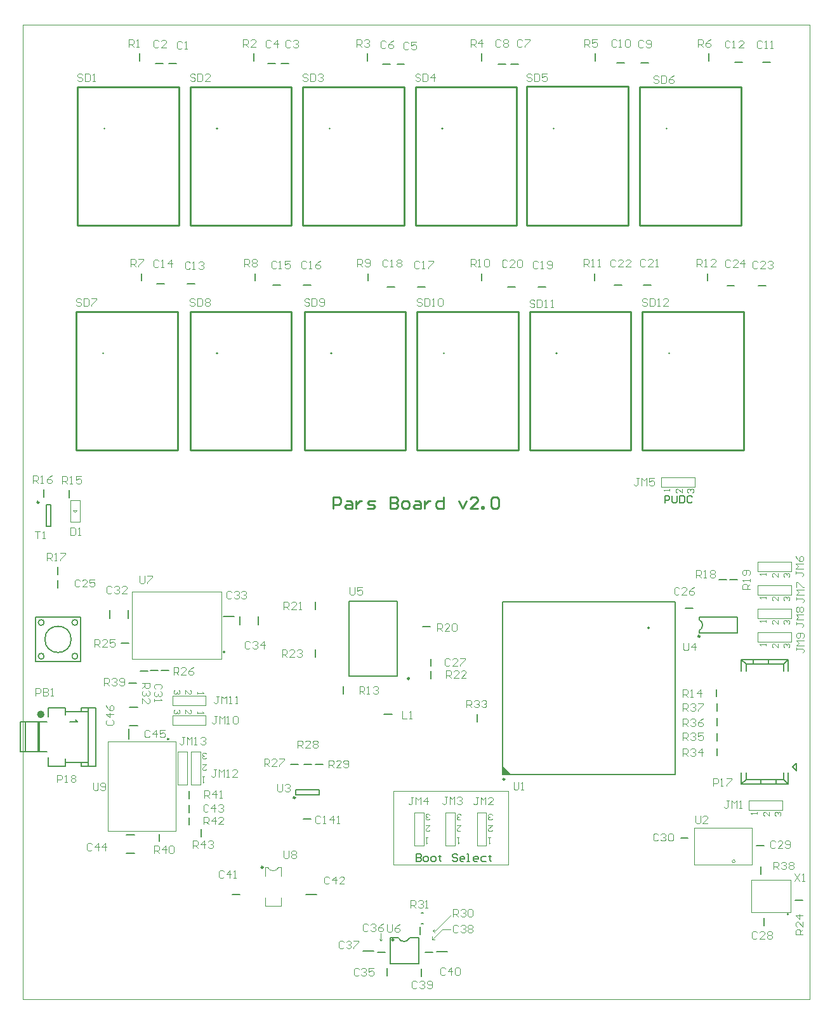
<source format=gto>
G04 Layer_Color=65535*
%FSLAX43Y43*%
%MOMM*%
G71*
G01*
G75*
%ADD10C,0.100*%
%ADD44C,0.200*%
%ADD47C,0.300*%
%ADD60C,0.254*%
%ADD68C,0.250*%
%ADD69C,0.500*%
%ADD70C,0.110*%
%ADD71C,0.150*%
G36*
X55000Y20000D02*
X54000D01*
Y21000D01*
X55000Y20000D01*
D02*
G37*
D10*
X85015Y8400D02*
G03*
X85015Y8400I-190J0D01*
G01*
X22650Y7591D02*
G03*
X24109Y7597I728J326D01*
G01*
X-3300Y55225D02*
X-3050Y54975D01*
X-2800Y55225D01*
X-3300D02*
X-2800D01*
X-3675Y53650D02*
X-2425D01*
Y56525D01*
X-3675D02*
X-2425D01*
X-3675Y53650D02*
Y56525D01*
X79550Y7925D02*
X87225D01*
Y12850D01*
X79550D02*
X87225D01*
X79550Y7925D02*
Y12850D01*
X22330Y2446D02*
Y3551D01*
X24447Y2446D02*
Y3560D01*
Y6435D02*
Y7597D01*
X22330Y6444D02*
Y7591D01*
Y2446D02*
X24447D01*
X22330Y7591D02*
X22650D01*
X10350Y12400D02*
Y24400D01*
X1350Y12400D02*
X10350D01*
X1350D02*
Y24400D01*
X10350D01*
X90612Y1581D02*
X92421D01*
Y5899D01*
X87214Y1581D02*
X90612D01*
X87214D02*
Y5899D01*
X92421D01*
X45950Y-675D02*
X47075D01*
X44575Y-2050D02*
X45950Y-675D01*
X44575Y-2050D02*
Y-1650D01*
X44600Y-1625D01*
X44575Y-2050D02*
X44900D01*
X46150Y250D02*
X47150Y1250D01*
X45025Y-875D02*
X46150Y250D01*
X44650Y-875D02*
X45025D01*
X44650D02*
X44925Y-600D01*
X44650Y-875D02*
X44675D01*
X44900Y-1100D01*
X37775Y-2200D02*
Y-1200D01*
X37550Y-1975D02*
X37775Y-2200D01*
X38000Y-1975D01*
X16525Y35350D02*
Y44350D01*
X4525D02*
X16525D01*
X4525Y35350D02*
Y44350D01*
Y35350D02*
X16525D01*
X39450Y17775D02*
X54750D01*
X54775Y17750D01*
Y7925D02*
Y17750D01*
X39450Y7925D02*
X54775D01*
X39450D02*
Y17775D01*
X86850Y16475D02*
X89725D01*
X86850Y15225D02*
X89725D01*
X86850D02*
Y16475D01*
X91300Y15225D02*
Y16475D01*
X88425D02*
X91300D01*
X88425Y15225D02*
X91300D01*
X51828Y12046D02*
Y14921D01*
X50578Y12046D02*
Y14921D01*
X51828D01*
X50578Y10471D02*
X51828D01*
Y13346D01*
X50578Y10471D02*
Y13346D01*
X46403Y10471D02*
Y13346D01*
X47653Y10471D02*
Y13346D01*
X46403Y10471D02*
X47653D01*
X46403Y14921D02*
X47653D01*
X46403Y12046D02*
Y14921D01*
X47653Y12046D02*
Y14921D01*
X43478Y12046D02*
Y14921D01*
X42228Y12046D02*
Y14921D01*
X43478D01*
X42228Y10471D02*
X43478D01*
Y13346D01*
X42228Y10471D02*
Y13346D01*
X75200Y59575D02*
X78075D01*
X75200Y58325D02*
X78075D01*
X75200D02*
Y59575D01*
X79650Y58325D02*
Y59575D01*
X76775D02*
X79650D01*
X76775Y58325D02*
X79650D01*
X89600Y47075D02*
X92475D01*
X89600Y48325D02*
X92475D01*
Y47075D02*
Y48325D01*
X88025Y47075D02*
Y48325D01*
Y47075D02*
X90900D01*
X88025Y48325D02*
X90900D01*
X88025Y45192D02*
X90900D01*
X88025Y43942D02*
X90900D01*
X88025D02*
Y45192D01*
X92475Y43942D02*
Y45192D01*
X89600D02*
X92475D01*
X89600Y43942D02*
X92475D01*
X89600Y40808D02*
X92475D01*
X89600Y42058D02*
X92475D01*
Y40808D02*
Y42058D01*
X88025Y40808D02*
Y42058D01*
Y40808D02*
X90900D01*
X88025Y42058D02*
X90900D01*
X88025Y38925D02*
X90900D01*
X88025Y37675D02*
X90900D01*
X88025D02*
Y38925D01*
X92475Y37675D02*
Y38925D01*
X89600D02*
X92475D01*
X89600Y37675D02*
X92475D01*
X9925Y27825D02*
X12800D01*
X9925Y26575D02*
X12800D01*
X9925D02*
Y27825D01*
X14375Y26575D02*
Y27825D01*
X11500D02*
X14375D01*
X11500Y26575D02*
X14375D01*
X11500Y29200D02*
X14375D01*
X11500Y30450D02*
X14375D01*
Y29200D02*
Y30450D01*
X9925Y29200D02*
Y30450D01*
Y29200D02*
X12800D01*
X9925Y30450D02*
X12800D01*
X13675Y20175D02*
Y23050D01*
X12425Y20175D02*
Y23050D01*
X13675D01*
X12425Y18600D02*
X13675D01*
Y21475D01*
X12425Y18600D02*
Y21475D01*
X10625Y18600D02*
Y21475D01*
X11875Y18600D02*
Y21475D01*
X10625Y18600D02*
X11875D01*
X10625Y23050D02*
X11875D01*
X10625Y20175D02*
Y23050D01*
X11875Y20175D02*
Y23050D01*
X92975Y6725D02*
X93641Y5725D01*
Y6725D02*
X92975Y5725D01*
X93975D02*
X94308D01*
X94141D01*
Y6725D01*
X93975Y6558D01*
X-650Y18850D02*
Y18017D01*
X-483Y17850D01*
X-150D01*
X16Y18017D01*
Y18850D01*
X350Y18017D02*
X516Y17850D01*
X850D01*
X1016Y18017D01*
Y18683D01*
X850Y18850D01*
X516D01*
X350Y18683D01*
Y18516D01*
X516Y18350D01*
X1016D01*
X24800Y9800D02*
Y8967D01*
X24967Y8800D01*
X25300D01*
X25466Y8967D01*
Y9800D01*
X25800Y9633D02*
X25966Y9800D01*
X26300D01*
X26466Y9633D01*
Y9466D01*
X26300Y9300D01*
X26466Y9133D01*
Y8967D01*
X26300Y8800D01*
X25966D01*
X25800Y8967D01*
Y9133D01*
X25966Y9300D01*
X25800Y9466D01*
Y9633D01*
X25966Y9300D02*
X26300D01*
X5575Y46475D02*
Y45642D01*
X5742Y45475D01*
X6075D01*
X6241Y45642D01*
Y46475D01*
X6575D02*
X7241D01*
Y46308D01*
X6575Y45642D01*
Y45475D01*
X33625Y44925D02*
Y44092D01*
X33792Y43925D01*
X34125D01*
X34291Y44092D01*
Y44925D01*
X35291D02*
X34625D01*
Y44425D01*
X34958Y44591D01*
X35125D01*
X35291Y44425D01*
Y44092D01*
X35125Y43925D01*
X34791D01*
X34625Y44092D01*
X78150Y37525D02*
Y36692D01*
X78317Y36525D01*
X78650D01*
X78816Y36692D01*
Y37525D01*
X79650Y36525D02*
Y37525D01*
X79150Y37025D01*
X79816D01*
X23925Y18700D02*
Y17867D01*
X24092Y17700D01*
X24425D01*
X24591Y17867D01*
Y18700D01*
X24925Y18533D02*
X25091Y18700D01*
X25425D01*
X25591Y18533D01*
Y18366D01*
X25425Y18200D01*
X25258D01*
X25425D01*
X25591Y18033D01*
Y17867D01*
X25425Y17700D01*
X25091D01*
X24925Y17867D01*
X79700Y14450D02*
Y13617D01*
X79867Y13450D01*
X80200D01*
X80366Y13617D01*
Y14450D01*
X81366Y13450D02*
X80700D01*
X81366Y14116D01*
Y14283D01*
X81200Y14450D01*
X80866D01*
X80700Y14283D01*
X55475Y18950D02*
Y18117D01*
X55642Y17950D01*
X55975D01*
X56141Y18117D01*
Y18950D01*
X56475Y17950D02*
X56808D01*
X56641D01*
Y18950D01*
X56475Y18783D01*
X-8400Y52425D02*
X-7734D01*
X-8067D01*
Y51425D01*
X-7400D02*
X-7067D01*
X-7234D01*
Y52425D01*
X-7400Y52258D01*
X12700Y10150D02*
Y11150D01*
X13200D01*
X13366Y10983D01*
Y10650D01*
X13200Y10483D01*
X12700D01*
X13033D02*
X13366Y10150D01*
X14200D02*
Y11150D01*
X13700Y10650D01*
X14366D01*
X14699Y10983D02*
X14866Y11150D01*
X15199D01*
X15366Y10983D01*
Y10816D01*
X15199Y10650D01*
X15033D01*
X15199D01*
X15366Y10483D01*
Y10317D01*
X15199Y10150D01*
X14866D01*
X14699Y10317D01*
X14100Y13325D02*
Y14325D01*
X14600D01*
X14766Y14158D01*
Y13825D01*
X14600Y13658D01*
X14100D01*
X14433D02*
X14766Y13325D01*
X15600D02*
Y14325D01*
X15100Y13825D01*
X15766D01*
X16766Y13325D02*
X16099D01*
X16766Y13991D01*
Y14158D01*
X16599Y14325D01*
X16266D01*
X16099Y14158D01*
X14225Y16825D02*
Y17825D01*
X14725D01*
X14891Y17658D01*
Y17325D01*
X14725Y17158D01*
X14225D01*
X14558D02*
X14891Y16825D01*
X15725D02*
Y17825D01*
X15225Y17325D01*
X15891D01*
X16224Y16825D02*
X16558D01*
X16391D01*
Y17825D01*
X16224Y17658D01*
X7500Y9500D02*
Y10500D01*
X8000D01*
X8166Y10333D01*
Y10000D01*
X8000Y9833D01*
X7500D01*
X7833D02*
X8166Y9500D01*
X9000D02*
Y10500D01*
X8500Y10000D01*
X9166D01*
X9499Y10333D02*
X9666Y10500D01*
X9999D01*
X10166Y10333D01*
Y9667D01*
X9999Y9500D01*
X9666D01*
X9499Y9667D01*
Y10333D01*
X850Y31825D02*
Y32825D01*
X1350D01*
X1516Y32658D01*
Y32325D01*
X1350Y32158D01*
X850D01*
X1183D02*
X1516Y31825D01*
X1850Y32658D02*
X2016Y32825D01*
X2350D01*
X2516Y32658D01*
Y32491D01*
X2350Y32325D01*
X2183D01*
X2350D01*
X2516Y32158D01*
Y31992D01*
X2350Y31825D01*
X2016D01*
X1850Y31992D01*
X2849D02*
X3016Y31825D01*
X3349D01*
X3516Y31992D01*
Y32658D01*
X3349Y32825D01*
X3016D01*
X2849Y32658D01*
Y32491D01*
X3016Y32325D01*
X3516D01*
X90175Y7325D02*
Y8325D01*
X90675D01*
X90841Y8158D01*
Y7825D01*
X90675Y7658D01*
X90175D01*
X90508D02*
X90841Y7325D01*
X91175Y8158D02*
X91341Y8325D01*
X91675D01*
X91841Y8158D01*
Y7991D01*
X91675Y7825D01*
X91508D01*
X91675D01*
X91841Y7658D01*
Y7492D01*
X91675Y7325D01*
X91341D01*
X91175Y7492D01*
X92174Y8158D02*
X92341Y8325D01*
X92674D01*
X92841Y8158D01*
Y7991D01*
X92674Y7825D01*
X92841Y7658D01*
Y7492D01*
X92674Y7325D01*
X92341D01*
X92174Y7492D01*
Y7658D01*
X92341Y7825D01*
X92174Y7991D01*
Y8158D01*
X92341Y7825D02*
X92674D01*
X78075Y28475D02*
Y29475D01*
X78575D01*
X78741Y29308D01*
Y28975D01*
X78575Y28808D01*
X78075D01*
X78408D02*
X78741Y28475D01*
X79075Y29308D02*
X79241Y29475D01*
X79575D01*
X79741Y29308D01*
Y29141D01*
X79575Y28975D01*
X79408D01*
X79575D01*
X79741Y28808D01*
Y28642D01*
X79575Y28475D01*
X79241D01*
X79075Y28642D01*
X80074Y29475D02*
X80741D01*
Y29308D01*
X80074Y28642D01*
Y28475D01*
X78075Y26425D02*
Y27425D01*
X78575D01*
X78741Y27258D01*
Y26925D01*
X78575Y26758D01*
X78075D01*
X78408D02*
X78741Y26425D01*
X79075Y27258D02*
X79241Y27425D01*
X79575D01*
X79741Y27258D01*
Y27091D01*
X79575Y26925D01*
X79408D01*
X79575D01*
X79741Y26758D01*
Y26592D01*
X79575Y26425D01*
X79241D01*
X79075Y26592D01*
X80741Y27425D02*
X80408Y27258D01*
X80074Y26925D01*
Y26592D01*
X80241Y26425D01*
X80574D01*
X80741Y26592D01*
Y26758D01*
X80574Y26925D01*
X80074D01*
X78050Y24525D02*
Y25525D01*
X78550D01*
X78716Y25358D01*
Y25025D01*
X78550Y24858D01*
X78050D01*
X78383D02*
X78716Y24525D01*
X79050Y25358D02*
X79216Y25525D01*
X79550D01*
X79716Y25358D01*
Y25191D01*
X79550Y25025D01*
X79383D01*
X79550D01*
X79716Y24858D01*
Y24692D01*
X79550Y24525D01*
X79216D01*
X79050Y24692D01*
X80716Y25525D02*
X80049D01*
Y25025D01*
X80383Y25191D01*
X80549D01*
X80716Y25025D01*
Y24692D01*
X80549Y24525D01*
X80216D01*
X80049Y24692D01*
X78050Y22425D02*
Y23425D01*
X78550D01*
X78716Y23258D01*
Y22925D01*
X78550Y22758D01*
X78050D01*
X78383D02*
X78716Y22425D01*
X79050Y23258D02*
X79216Y23425D01*
X79550D01*
X79716Y23258D01*
Y23091D01*
X79550Y22925D01*
X79383D01*
X79550D01*
X79716Y22758D01*
Y22592D01*
X79550Y22425D01*
X79216D01*
X79050Y22592D01*
X80549Y22425D02*
Y23425D01*
X80049Y22925D01*
X80716D01*
X49165Y28909D02*
Y29909D01*
X49665D01*
X49831Y29742D01*
Y29409D01*
X49665Y29243D01*
X49165D01*
X49498D02*
X49831Y28909D01*
X50165Y29742D02*
X50331Y29909D01*
X50664D01*
X50831Y29742D01*
Y29576D01*
X50664Y29409D01*
X50498D01*
X50664D01*
X50831Y29243D01*
Y29076D01*
X50664Y28909D01*
X50331D01*
X50165Y29076D01*
X51164Y29742D02*
X51331Y29909D01*
X51664D01*
X51831Y29742D01*
Y29576D01*
X51664Y29409D01*
X51497D01*
X51664D01*
X51831Y29243D01*
Y29076D01*
X51664Y28909D01*
X51331D01*
X51164Y29076D01*
X5875Y32125D02*
X6875D01*
Y31625D01*
X6708Y31459D01*
X6375D01*
X6208Y31625D01*
Y32125D01*
Y31792D02*
X5875Y31459D01*
X6708Y31125D02*
X6875Y30959D01*
Y30625D01*
X6708Y30459D01*
X6541D01*
X6375Y30625D01*
Y30792D01*
Y30625D01*
X6208Y30459D01*
X6042D01*
X5875Y30625D01*
Y30959D01*
X6042Y31125D01*
X5875Y29459D02*
Y30126D01*
X6541Y29459D01*
X6708D01*
X6875Y29626D01*
Y29959D01*
X6708Y30126D01*
X41700Y2225D02*
Y3225D01*
X42200D01*
X42366Y3058D01*
Y2725D01*
X42200Y2558D01*
X41700D01*
X42033D02*
X42366Y2225D01*
X42700Y3058D02*
X42866Y3225D01*
X43200D01*
X43366Y3058D01*
Y2891D01*
X43200Y2725D01*
X43033D01*
X43200D01*
X43366Y2558D01*
Y2392D01*
X43200Y2225D01*
X42866D01*
X42700Y2392D01*
X43699Y2225D02*
X44033D01*
X43866D01*
Y3225D01*
X43699Y3058D01*
X47375Y1000D02*
Y2000D01*
X47875D01*
X48041Y1833D01*
Y1500D01*
X47875Y1333D01*
X47375D01*
X47708D02*
X48041Y1000D01*
X48375Y1833D02*
X48541Y2000D01*
X48875D01*
X49041Y1833D01*
Y1666D01*
X48875Y1500D01*
X48708D01*
X48875D01*
X49041Y1333D01*
Y1167D01*
X48875Y1000D01*
X48541D01*
X48375Y1167D01*
X49374Y1833D02*
X49541Y2000D01*
X49874D01*
X50041Y1833D01*
Y1167D01*
X49874Y1000D01*
X49541D01*
X49374Y1167D01*
Y1833D01*
X30775Y20875D02*
Y21875D01*
X31275D01*
X31441Y21708D01*
Y21375D01*
X31275Y21208D01*
X30775D01*
X31108D02*
X31441Y20875D01*
X32441D02*
X31775D01*
X32441Y21541D01*
Y21708D01*
X32275Y21875D01*
X31941D01*
X31775Y21708D01*
X32774Y21042D02*
X32941Y20875D01*
X33274D01*
X33441Y21042D01*
Y21708D01*
X33274Y21875D01*
X32941D01*
X32774Y21708D01*
Y21541D01*
X32941Y21375D01*
X33441D01*
X26650Y23500D02*
Y24500D01*
X27150D01*
X27316Y24333D01*
Y24000D01*
X27150Y23833D01*
X26650D01*
X26983D02*
X27316Y23500D01*
X28316D02*
X27650D01*
X28316Y24166D01*
Y24333D01*
X28150Y24500D01*
X27816D01*
X27650Y24333D01*
X28649D02*
X28816Y24500D01*
X29149D01*
X29316Y24333D01*
Y24166D01*
X29149Y24000D01*
X29316Y23833D01*
Y23667D01*
X29149Y23500D01*
X28816D01*
X28649Y23667D01*
Y23833D01*
X28816Y24000D01*
X28649Y24166D01*
Y24333D01*
X28816Y24000D02*
X29149D01*
X22200Y21050D02*
Y22050D01*
X22700D01*
X22866Y21883D01*
Y21550D01*
X22700Y21383D01*
X22200D01*
X22533D02*
X22866Y21050D01*
X23866D02*
X23200D01*
X23866Y21716D01*
Y21883D01*
X23700Y22050D01*
X23366D01*
X23200Y21883D01*
X24199Y22050D02*
X24866D01*
Y21883D01*
X24199Y21217D01*
Y21050D01*
X10100Y33250D02*
Y34250D01*
X10600D01*
X10766Y34083D01*
Y33750D01*
X10600Y33583D01*
X10100D01*
X10433D02*
X10766Y33250D01*
X11766D02*
X11100D01*
X11766Y33916D01*
Y34083D01*
X11600Y34250D01*
X11266D01*
X11100Y34083D01*
X12766Y34250D02*
X12433Y34083D01*
X12099Y33750D01*
Y33417D01*
X12266Y33250D01*
X12599D01*
X12766Y33417D01*
Y33583D01*
X12599Y33750D01*
X12099D01*
X-425Y37025D02*
Y38025D01*
X75D01*
X241Y37858D01*
Y37525D01*
X75Y37358D01*
X-425D01*
X-92D02*
X241Y37025D01*
X1241D02*
X575D01*
X1241Y37691D01*
Y37858D01*
X1075Y38025D01*
X741D01*
X575Y37858D01*
X2241Y38025D02*
X1574D01*
Y37525D01*
X1908Y37691D01*
X2074D01*
X2241Y37525D01*
Y37192D01*
X2074Y37025D01*
X1741D01*
X1574Y37192D01*
X94075Y-1325D02*
X93075D01*
Y-825D01*
X93242Y-659D01*
X93575D01*
X93742Y-825D01*
Y-1325D01*
Y-992D02*
X94075Y-659D01*
Y341D02*
Y-325D01*
X93409Y341D01*
X93242D01*
X93075Y175D01*
Y-159D01*
X93242Y-325D01*
X94075Y1174D02*
X93075D01*
X93575Y674D01*
Y1341D01*
X24575Y35650D02*
Y36650D01*
X25075D01*
X25241Y36483D01*
Y36150D01*
X25075Y35983D01*
X24575D01*
X24908D02*
X25241Y35650D01*
X26241D02*
X25575D01*
X26241Y36316D01*
Y36483D01*
X26075Y36650D01*
X25741D01*
X25575Y36483D01*
X26574D02*
X26741Y36650D01*
X27074D01*
X27241Y36483D01*
Y36316D01*
X27074Y36150D01*
X26908D01*
X27074D01*
X27241Y35983D01*
Y35817D01*
X27074Y35650D01*
X26741D01*
X26574Y35817D01*
X46450Y32850D02*
Y33850D01*
X46950D01*
X47116Y33683D01*
Y33350D01*
X46950Y33183D01*
X46450D01*
X46783D02*
X47116Y32850D01*
X48116D02*
X47450D01*
X48116Y33516D01*
Y33683D01*
X47950Y33850D01*
X47616D01*
X47450Y33683D01*
X49116Y32850D02*
X48449D01*
X49116Y33516D01*
Y33683D01*
X48949Y33850D01*
X48616D01*
X48449Y33683D01*
X24800Y42025D02*
Y43025D01*
X25300D01*
X25466Y42858D01*
Y42525D01*
X25300Y42358D01*
X24800D01*
X25133D02*
X25466Y42025D01*
X26466D02*
X25800D01*
X26466Y42691D01*
Y42858D01*
X26300Y43025D01*
X25966D01*
X25800Y42858D01*
X26799Y42025D02*
X27133D01*
X26966D01*
Y43025D01*
X26799Y42858D01*
X45250Y39125D02*
Y40125D01*
X45750D01*
X45916Y39958D01*
Y39625D01*
X45750Y39458D01*
X45250D01*
X45583D02*
X45916Y39125D01*
X46916D02*
X46250D01*
X46916Y39791D01*
Y39958D01*
X46750Y40125D01*
X46416D01*
X46250Y39958D01*
X47249D02*
X47416Y40125D01*
X47749D01*
X47916Y39958D01*
Y39292D01*
X47749Y39125D01*
X47416D01*
X47249Y39292D01*
Y39958D01*
X87025Y44725D02*
X86025D01*
Y45225D01*
X86192Y45391D01*
X86525D01*
X86692Y45225D01*
Y44725D01*
Y45058D02*
X87025Y45391D01*
Y45725D02*
Y46058D01*
Y45891D01*
X86025D01*
X86192Y45725D01*
X86858Y46558D02*
X87025Y46724D01*
Y47058D01*
X86858Y47224D01*
X86192D01*
X86025Y47058D01*
Y46724D01*
X86192Y46558D01*
X86359D01*
X86525Y46724D01*
Y47224D01*
X79825Y46200D02*
Y47200D01*
X80325D01*
X80491Y47033D01*
Y46700D01*
X80325Y46533D01*
X79825D01*
X80158D02*
X80491Y46200D01*
X80825D02*
X81158D01*
X80991D01*
Y47200D01*
X80825Y47033D01*
X81658D02*
X81824Y47200D01*
X82158D01*
X82324Y47033D01*
Y46866D01*
X82158Y46700D01*
X82324Y46533D01*
Y46367D01*
X82158Y46200D01*
X81824D01*
X81658Y46367D01*
Y46533D01*
X81824Y46700D01*
X81658Y46866D01*
Y47033D01*
X81824Y46700D02*
X82158D01*
X-6821Y48505D02*
Y49504D01*
X-6321D01*
X-6154Y49338D01*
Y49005D01*
X-6321Y48838D01*
X-6821D01*
X-6488D02*
X-6154Y48505D01*
X-5821D02*
X-5488D01*
X-5654D01*
Y49504D01*
X-5821Y49338D01*
X-4988Y49504D02*
X-4322D01*
Y49338D01*
X-4988Y48671D01*
Y48505D01*
X-8660Y58859D02*
Y59859D01*
X-8160D01*
X-7994Y59692D01*
Y59359D01*
X-8160Y59193D01*
X-8660D01*
X-8327D02*
X-7994Y58859D01*
X-7660D02*
X-7327D01*
X-7494D01*
Y59859D01*
X-7660Y59692D01*
X-6161Y59859D02*
X-6494Y59692D01*
X-6827Y59359D01*
Y59026D01*
X-6661Y58859D01*
X-6328D01*
X-6161Y59026D01*
Y59193D01*
X-6328Y59359D01*
X-6827D01*
X-4750Y58775D02*
Y59775D01*
X-4250D01*
X-4084Y59608D01*
Y59275D01*
X-4250Y59108D01*
X-4750D01*
X-4417D02*
X-4084Y58775D01*
X-3750D02*
X-3417D01*
X-3584D01*
Y59775D01*
X-3750Y59608D01*
X-2251Y59775D02*
X-2917D01*
Y59275D01*
X-2584Y59441D01*
X-2417D01*
X-2251Y59275D01*
Y58942D01*
X-2417Y58775D01*
X-2751D01*
X-2917Y58942D01*
X78075Y30325D02*
Y31325D01*
X78575D01*
X78741Y31158D01*
Y30825D01*
X78575Y30658D01*
X78075D01*
X78408D02*
X78741Y30325D01*
X79075D02*
X79408D01*
X79241D01*
Y31325D01*
X79075Y31158D01*
X80408Y30325D02*
Y31325D01*
X79908Y30825D01*
X80574D01*
X34900Y30725D02*
Y31725D01*
X35400D01*
X35566Y31558D01*
Y31225D01*
X35400Y31058D01*
X34900D01*
X35233D02*
X35566Y30725D01*
X35900D02*
X36233D01*
X36066D01*
Y31725D01*
X35900Y31558D01*
X36733D02*
X36899Y31725D01*
X37233D01*
X37399Y31558D01*
Y31391D01*
X37233Y31225D01*
X37066D01*
X37233D01*
X37399Y31058D01*
Y30892D01*
X37233Y30725D01*
X36899D01*
X36733Y30892D01*
X79940Y87684D02*
Y88684D01*
X80440D01*
X80606Y88517D01*
Y88184D01*
X80440Y88018D01*
X79940D01*
X80273D02*
X80606Y87684D01*
X80940D02*
X81273D01*
X81106D01*
Y88684D01*
X80940Y88517D01*
X82439Y87684D02*
X81773D01*
X82439Y88351D01*
Y88517D01*
X82272Y88684D01*
X81939D01*
X81773Y88517D01*
X64835Y87684D02*
Y88684D01*
X65335D01*
X65501Y88517D01*
Y88184D01*
X65335Y88018D01*
X64835D01*
X65168D02*
X65501Y87684D01*
X65835D02*
X66168D01*
X66001D01*
Y88684D01*
X65835Y88517D01*
X66668Y87684D02*
X67001D01*
X66834D01*
Y88684D01*
X66668Y88517D01*
X49730Y87684D02*
Y88684D01*
X50230D01*
X50396Y88517D01*
Y88184D01*
X50230Y88018D01*
X49730D01*
X50063D02*
X50396Y87684D01*
X50730D02*
X51063D01*
X50896D01*
Y88684D01*
X50730Y88517D01*
X51563D02*
X51729Y88684D01*
X52062D01*
X52229Y88517D01*
Y87851D01*
X52062Y87684D01*
X51729D01*
X51563Y87851D01*
Y88517D01*
X34625Y87684D02*
Y88684D01*
X35125D01*
X35291Y88517D01*
Y88184D01*
X35125Y88018D01*
X34625D01*
X34958D02*
X35291Y87684D01*
X35625Y87851D02*
X35791Y87684D01*
X36124D01*
X36291Y87851D01*
Y88517D01*
X36124Y88684D01*
X35791D01*
X35625Y88517D01*
Y88351D01*
X35791Y88184D01*
X36291D01*
X19520Y87684D02*
Y88684D01*
X20020D01*
X20186Y88517D01*
Y88184D01*
X20020Y88018D01*
X19520D01*
X19853D02*
X20186Y87684D01*
X20520Y88517D02*
X20686Y88684D01*
X21019D01*
X21186Y88517D01*
Y88351D01*
X21019Y88184D01*
X21186Y88018D01*
Y87851D01*
X21019Y87684D01*
X20686D01*
X20520Y87851D01*
Y88018D01*
X20686Y88184D01*
X20520Y88351D01*
Y88517D01*
X20686Y88184D02*
X21019D01*
X4415Y87684D02*
Y88684D01*
X4915D01*
X5081Y88517D01*
Y88184D01*
X4915Y88018D01*
X4415D01*
X4748D02*
X5081Y87684D01*
X5415Y88684D02*
X6081D01*
Y88517D01*
X5415Y87851D01*
Y87684D01*
X80106Y117009D02*
Y118009D01*
X80606D01*
X80772Y117842D01*
Y117509D01*
X80606Y117343D01*
X80106D01*
X80439D02*
X80772Y117009D01*
X81772Y118009D02*
X81439Y117842D01*
X81106Y117509D01*
Y117176D01*
X81272Y117009D01*
X81605D01*
X81772Y117176D01*
Y117343D01*
X81605Y117509D01*
X81106D01*
X64918Y117009D02*
Y118009D01*
X65417D01*
X65584Y117842D01*
Y117509D01*
X65417Y117343D01*
X64918D01*
X65251D02*
X65584Y117009D01*
X66584Y118009D02*
X65917D01*
Y117509D01*
X66251Y117676D01*
X66417D01*
X66584Y117509D01*
Y117176D01*
X66417Y117009D01*
X66084D01*
X65917Y117176D01*
X49729Y117009D02*
Y118009D01*
X50229D01*
X50396Y117842D01*
Y117509D01*
X50229Y117343D01*
X49729D01*
X50063D02*
X50396Y117009D01*
X51229D02*
Y118009D01*
X50729Y117509D01*
X51396D01*
X34541Y117009D02*
Y118009D01*
X35041D01*
X35208Y117842D01*
Y117509D01*
X35041Y117343D01*
X34541D01*
X34875D02*
X35208Y117009D01*
X35541Y117842D02*
X35708Y118009D01*
X36041D01*
X36207Y117842D01*
Y117676D01*
X36041Y117509D01*
X35874D01*
X36041D01*
X36207Y117343D01*
Y117176D01*
X36041Y117009D01*
X35708D01*
X35541Y117176D01*
X19353Y117009D02*
Y118009D01*
X19853D01*
X20020Y117842D01*
Y117509D01*
X19853Y117343D01*
X19353D01*
X19686D02*
X20020Y117009D01*
X21019D02*
X20353D01*
X21019Y117676D01*
Y117842D01*
X20853Y118009D01*
X20519D01*
X20353Y117842D01*
X4165Y117009D02*
Y118009D01*
X4665D01*
X4831Y117842D01*
Y117509D01*
X4665Y117343D01*
X4165D01*
X4498D02*
X4831Y117009D01*
X5165D02*
X5498D01*
X5331D01*
Y118009D01*
X5165Y117842D01*
X-8300Y30450D02*
Y31450D01*
X-7800D01*
X-7634Y31283D01*
Y30950D01*
X-7800Y30783D01*
X-8300D01*
X-7300Y31450D02*
Y30450D01*
X-6800D01*
X-6634Y30617D01*
Y30783D01*
X-6800Y30950D01*
X-7300D01*
X-6800D01*
X-6634Y31116D01*
Y31283D01*
X-6800Y31450D01*
X-7300D01*
X-6301Y30450D02*
X-5967D01*
X-6134D01*
Y31450D01*
X-6301Y31283D01*
X-5450Y18925D02*
Y19925D01*
X-4950D01*
X-4784Y19758D01*
Y19425D01*
X-4950Y19258D01*
X-5450D01*
X-4450Y18925D02*
X-4117D01*
X-4284D01*
Y19925D01*
X-4450Y19758D01*
X-3617D02*
X-3451Y19925D01*
X-3117D01*
X-2951Y19758D01*
Y19591D01*
X-3117Y19425D01*
X-2951Y19258D01*
Y19092D01*
X-3117Y18925D01*
X-3451D01*
X-3617Y19092D01*
Y19258D01*
X-3451Y19425D01*
X-3617Y19591D01*
Y19758D01*
X-3451Y19425D02*
X-3117D01*
X82075Y18475D02*
Y19475D01*
X82575D01*
X82741Y19308D01*
Y18975D01*
X82575Y18808D01*
X82075D01*
X83075Y18475D02*
X83408D01*
X83241D01*
Y19475D01*
X83075Y19308D01*
X83908Y19475D02*
X84574D01*
Y19308D01*
X83908Y18642D01*
Y18475D01*
X73286Y83262D02*
X73119Y83429D01*
X72786D01*
X72620Y83262D01*
Y83096D01*
X72786Y82929D01*
X73119D01*
X73286Y82762D01*
Y82596D01*
X73119Y82429D01*
X72786D01*
X72620Y82596D01*
X73619Y83429D02*
Y82429D01*
X74119D01*
X74286Y82596D01*
Y83262D01*
X74119Y83429D01*
X73619D01*
X74619Y82429D02*
X74952D01*
X74786D01*
Y83429D01*
X74619Y83262D01*
X76118Y82429D02*
X75452D01*
X76118Y83096D01*
Y83262D01*
X75952Y83429D01*
X75619D01*
X75452Y83262D01*
X58266Y83158D02*
X58100Y83325D01*
X57767D01*
X57600Y83158D01*
Y82991D01*
X57767Y82825D01*
X58100D01*
X58266Y82658D01*
Y82492D01*
X58100Y82325D01*
X57767D01*
X57600Y82492D01*
X58600Y83325D02*
Y82325D01*
X59100D01*
X59266Y82492D01*
Y83158D01*
X59100Y83325D01*
X58600D01*
X59599Y82325D02*
X59933D01*
X59766D01*
Y83325D01*
X59599Y83158D01*
X60432Y82325D02*
X60766D01*
X60599D01*
Y83325D01*
X60432Y83158D01*
X43222Y83262D02*
X43056Y83429D01*
X42723D01*
X42556Y83262D01*
Y83096D01*
X42723Y82929D01*
X43056D01*
X43222Y82762D01*
Y82596D01*
X43056Y82429D01*
X42723D01*
X42556Y82596D01*
X43556Y83429D02*
Y82429D01*
X44055D01*
X44222Y82596D01*
Y83262D01*
X44055Y83429D01*
X43556D01*
X44555Y82429D02*
X44888D01*
X44722D01*
Y83429D01*
X44555Y83262D01*
X45388D02*
X45555Y83429D01*
X45888D01*
X46055Y83262D01*
Y82596D01*
X45888Y82429D01*
X45555D01*
X45388Y82596D01*
Y83262D01*
X28209D02*
X28042Y83429D01*
X27709D01*
X27542Y83262D01*
Y83096D01*
X27709Y82929D01*
X28042D01*
X28209Y82762D01*
Y82596D01*
X28042Y82429D01*
X27709D01*
X27542Y82596D01*
X28542Y83429D02*
Y82429D01*
X29042D01*
X29209Y82596D01*
Y83262D01*
X29042Y83429D01*
X28542D01*
X29542Y82596D02*
X29708Y82429D01*
X30042D01*
X30208Y82596D01*
Y83262D01*
X30042Y83429D01*
X29708D01*
X29542Y83262D01*
Y83096D01*
X29708Y82929D01*
X30208D01*
X12947Y83262D02*
X12781Y83429D01*
X12447D01*
X12281Y83262D01*
Y83096D01*
X12447Y82929D01*
X12781D01*
X12947Y82762D01*
Y82596D01*
X12781Y82429D01*
X12447D01*
X12281Y82596D01*
X13281Y83429D02*
Y82429D01*
X13780D01*
X13947Y82596D01*
Y83262D01*
X13780Y83429D01*
X13281D01*
X14280Y83262D02*
X14447Y83429D01*
X14780D01*
X14947Y83262D01*
Y83096D01*
X14780Y82929D01*
X14947Y82762D01*
Y82596D01*
X14780Y82429D01*
X14447D01*
X14280Y82596D01*
Y82762D01*
X14447Y82929D01*
X14280Y83096D01*
Y83262D01*
X14447Y82929D02*
X14780D01*
X-2228Y83262D02*
X-2394Y83429D01*
X-2728D01*
X-2894Y83262D01*
Y83096D01*
X-2728Y82929D01*
X-2394D01*
X-2228Y82762D01*
Y82596D01*
X-2394Y82429D01*
X-2728D01*
X-2894Y82596D01*
X-1894Y83429D02*
Y82429D01*
X-1395D01*
X-1228Y82596D01*
Y83262D01*
X-1395Y83429D01*
X-1894D01*
X-895D02*
X-228D01*
Y83262D01*
X-895Y82596D01*
Y82429D01*
X74816Y113033D02*
X74650Y113200D01*
X74317D01*
X74150Y113033D01*
Y112866D01*
X74317Y112700D01*
X74650D01*
X74816Y112533D01*
Y112367D01*
X74650Y112200D01*
X74317D01*
X74150Y112367D01*
X75150Y113200D02*
Y112200D01*
X75650D01*
X75816Y112367D01*
Y113033D01*
X75650Y113200D01*
X75150D01*
X76816D02*
X76483Y113033D01*
X76149Y112700D01*
Y112367D01*
X76316Y112200D01*
X76649D01*
X76816Y112367D01*
Y112533D01*
X76649Y112700D01*
X76149D01*
X57897Y113287D02*
X57731Y113454D01*
X57398D01*
X57231Y113287D01*
Y113121D01*
X57398Y112954D01*
X57731D01*
X57897Y112787D01*
Y112621D01*
X57731Y112454D01*
X57398D01*
X57231Y112621D01*
X58231Y113454D02*
Y112454D01*
X58730D01*
X58897Y112621D01*
Y113287D01*
X58730Y113454D01*
X58231D01*
X59897D02*
X59230D01*
Y112954D01*
X59563Y113121D01*
X59730D01*
X59897Y112954D01*
Y112621D01*
X59730Y112454D01*
X59397D01*
X59230Y112621D01*
X43021Y113262D02*
X42855Y113429D01*
X42522D01*
X42355Y113262D01*
Y113096D01*
X42522Y112929D01*
X42855D01*
X43021Y112762D01*
Y112596D01*
X42855Y112429D01*
X42522D01*
X42355Y112596D01*
X43355Y113429D02*
Y112429D01*
X43854D01*
X44021Y112596D01*
Y113262D01*
X43854Y113429D01*
X43355D01*
X44854Y112429D02*
Y113429D01*
X44354Y112929D01*
X45021D01*
X27996Y113262D02*
X27829Y113429D01*
X27496D01*
X27329Y113262D01*
Y113096D01*
X27496Y112929D01*
X27829D01*
X27996Y112762D01*
Y112596D01*
X27829Y112429D01*
X27496D01*
X27329Y112596D01*
X28329Y113429D02*
Y112429D01*
X28829D01*
X28995Y112596D01*
Y113262D01*
X28829Y113429D01*
X28329D01*
X29329Y113262D02*
X29495Y113429D01*
X29828D01*
X29995Y113262D01*
Y113096D01*
X29828Y112929D01*
X29662D01*
X29828D01*
X29995Y112762D01*
Y112596D01*
X29828Y112429D01*
X29495D01*
X29329Y112596D01*
X12970Y113262D02*
X12803Y113429D01*
X12470D01*
X12303Y113262D01*
Y113096D01*
X12470Y112929D01*
X12803D01*
X12970Y112762D01*
Y112596D01*
X12803Y112429D01*
X12470D01*
X12303Y112596D01*
X13303Y113429D02*
Y112429D01*
X13803D01*
X13970Y112596D01*
Y113262D01*
X13803Y113429D01*
X13303D01*
X14969Y112429D02*
X14303D01*
X14969Y113096D01*
Y113262D01*
X14803Y113429D01*
X14469D01*
X14303Y113262D01*
X-2056D02*
X-2222Y113429D01*
X-2556D01*
X-2722Y113262D01*
Y113096D01*
X-2556Y112929D01*
X-2222D01*
X-2056Y112762D01*
Y112596D01*
X-2222Y112429D01*
X-2556D01*
X-2722Y112596D01*
X-1723Y113429D02*
Y112429D01*
X-1223D01*
X-1056Y112596D01*
Y113262D01*
X-1223Y113429D01*
X-1723D01*
X-723Y112429D02*
X-390D01*
X-556D01*
Y113429D01*
X-723Y113262D01*
X40575Y28425D02*
Y27425D01*
X41241D01*
X41575D02*
X41908D01*
X41741D01*
Y28425D01*
X41575Y28258D01*
X11541Y24925D02*
X11208D01*
X11375D01*
Y24092D01*
X11208Y23925D01*
X11042D01*
X10875Y24092D01*
X11875Y23925D02*
Y24925D01*
X12208Y24591D01*
X12541Y24925D01*
Y23925D01*
X12874D02*
X13208D01*
X13041D01*
Y24925D01*
X12874Y24758D01*
X13707D02*
X13874Y24925D01*
X14207D01*
X14374Y24758D01*
Y24591D01*
X14207Y24425D01*
X14041D01*
X14207D01*
X14374Y24258D01*
Y24092D01*
X14207Y23925D01*
X13874D01*
X13707Y24092D01*
X15791Y20625D02*
X15458D01*
X15625D01*
Y19792D01*
X15458Y19625D01*
X15292D01*
X15125Y19792D01*
X16125Y19625D02*
Y20625D01*
X16458Y20291D01*
X16791Y20625D01*
Y19625D01*
X17124D02*
X17458D01*
X17291D01*
Y20625D01*
X17124Y20458D01*
X18624Y19625D02*
X17957D01*
X18624Y20291D01*
Y20458D01*
X18457Y20625D01*
X18124D01*
X17957Y20458D01*
X16141Y30425D02*
X15808D01*
X15975D01*
Y29592D01*
X15808Y29425D01*
X15642D01*
X15475Y29592D01*
X16475Y29425D02*
Y30425D01*
X16808Y30091D01*
X17141Y30425D01*
Y29425D01*
X17474D02*
X17808D01*
X17641D01*
Y30425D01*
X17474Y30258D01*
X18307Y29425D02*
X18641D01*
X18474D01*
Y30425D01*
X18307Y30258D01*
X15866Y27725D02*
X15533D01*
X15700D01*
Y26892D01*
X15533Y26725D01*
X15367D01*
X15200Y26892D01*
X16200Y26725D02*
Y27725D01*
X16533Y27391D01*
X16866Y27725D01*
Y26725D01*
X17199D02*
X17533D01*
X17366D01*
Y27725D01*
X17199Y27558D01*
X18032D02*
X18199Y27725D01*
X18532D01*
X18699Y27558D01*
Y26892D01*
X18532Y26725D01*
X18199D01*
X18032Y26892D01*
Y27558D01*
X93200Y36866D02*
Y36533D01*
Y36700D01*
X94033D01*
X94200Y36533D01*
Y36367D01*
X94033Y36200D01*
X94200Y37200D02*
X93200D01*
X93534Y37533D01*
X93200Y37866D01*
X94200D01*
X94033Y38199D02*
X94200Y38366D01*
Y38699D01*
X94033Y38866D01*
X93367D01*
X93200Y38699D01*
Y38366D01*
X93367Y38199D01*
X93534D01*
X93700Y38366D01*
Y38866D01*
X93150Y40316D02*
Y39983D01*
Y40150D01*
X93983D01*
X94150Y39983D01*
Y39817D01*
X93983Y39650D01*
X94150Y40650D02*
X93150D01*
X93484Y40983D01*
X93150Y41316D01*
X94150D01*
X93317Y41649D02*
X93150Y41816D01*
Y42149D01*
X93317Y42316D01*
X93484D01*
X93650Y42149D01*
X93817Y42316D01*
X93983D01*
X94150Y42149D01*
Y41816D01*
X93983Y41649D01*
X93817D01*
X93650Y41816D01*
X93484Y41649D01*
X93317D01*
X93650Y41816D02*
Y42149D01*
X93175Y43616D02*
Y43283D01*
Y43450D01*
X94008D01*
X94175Y43283D01*
Y43117D01*
X94008Y42950D01*
X94175Y43950D02*
X93175D01*
X93509Y44283D01*
X93175Y44616D01*
X94175D01*
X93175Y44949D02*
Y45616D01*
X93342D01*
X94008Y44949D01*
X94175D01*
X93125Y47091D02*
Y46758D01*
Y46925D01*
X93958D01*
X94125Y46758D01*
Y46592D01*
X93958Y46425D01*
X94125Y47425D02*
X93125D01*
X93459Y47758D01*
X93125Y48091D01*
X94125D01*
X93125Y49091D02*
X93292Y48758D01*
X93625Y48424D01*
X93958D01*
X94125Y48591D01*
Y48924D01*
X93958Y49091D01*
X93792D01*
X93625Y48924D01*
Y48424D01*
X72191Y59475D02*
X71858D01*
X72025D01*
Y58642D01*
X71858Y58475D01*
X71692D01*
X71525Y58642D01*
X72525Y58475D02*
Y59475D01*
X72858Y59141D01*
X73191Y59475D01*
Y58475D01*
X74191Y59475D02*
X73524D01*
Y58975D01*
X73858Y59141D01*
X74024D01*
X74191Y58975D01*
Y58642D01*
X74024Y58475D01*
X73691D01*
X73524Y58642D01*
X42091Y16950D02*
X41758D01*
X41925D01*
Y16117D01*
X41758Y15950D01*
X41592D01*
X41425Y16117D01*
X42425Y15950D02*
Y16950D01*
X42758Y16616D01*
X43091Y16950D01*
Y15950D01*
X43924D02*
Y16950D01*
X43424Y16450D01*
X44091D01*
X46591Y17000D02*
X46258D01*
X46425D01*
Y16167D01*
X46258Y16000D01*
X46092D01*
X45925Y16167D01*
X46925Y16000D02*
Y17000D01*
X47258Y16666D01*
X47591Y17000D01*
Y16000D01*
X47924Y16833D02*
X48091Y17000D01*
X48424D01*
X48591Y16833D01*
Y16666D01*
X48424Y16500D01*
X48258D01*
X48424D01*
X48591Y16333D01*
Y16167D01*
X48424Y16000D01*
X48091D01*
X47924Y16167D01*
X50741Y16950D02*
X50408D01*
X50575D01*
Y16117D01*
X50408Y15950D01*
X50242D01*
X50075Y16117D01*
X51075Y15950D02*
Y16950D01*
X51408Y16616D01*
X51741Y16950D01*
Y15950D01*
X52741D02*
X52074D01*
X52741Y16616D01*
Y16783D01*
X52574Y16950D01*
X52241D01*
X52074Y16783D01*
X84241Y16525D02*
X83908D01*
X84075D01*
Y15692D01*
X83908Y15525D01*
X83742D01*
X83575Y15692D01*
X84575Y15525D02*
Y16525D01*
X84908Y16191D01*
X85241Y16525D01*
Y15525D01*
X85574D02*
X85908D01*
X85741D01*
Y16525D01*
X85574Y16358D01*
X-3650Y52900D02*
Y51900D01*
X-3150D01*
X-2984Y52067D01*
Y52733D01*
X-3150Y52900D01*
X-3650D01*
X-2650Y51900D02*
X-2317D01*
X-2484D01*
Y52900D01*
X-2650Y52733D01*
X1267Y27216D02*
X1100Y27050D01*
Y26717D01*
X1267Y26550D01*
X1933D01*
X2100Y26717D01*
Y27050D01*
X1933Y27216D01*
X2100Y28050D02*
X1100D01*
X1600Y27550D01*
Y28216D01*
X1100Y29216D02*
X1267Y28883D01*
X1600Y28549D01*
X1933D01*
X2100Y28716D01*
Y29049D01*
X1933Y29216D01*
X1767D01*
X1600Y29049D01*
Y28549D01*
X6941Y25758D02*
X6775Y25925D01*
X6442D01*
X6275Y25758D01*
Y25092D01*
X6442Y24925D01*
X6775D01*
X6941Y25092D01*
X7775Y24925D02*
Y25925D01*
X7275Y25425D01*
X7941D01*
X8941Y25925D02*
X8274D01*
Y25425D01*
X8608Y25591D01*
X8774D01*
X8941Y25425D01*
Y25092D01*
X8774Y24925D01*
X8441D01*
X8274Y25092D01*
X-809Y10633D02*
X-975Y10800D01*
X-1308D01*
X-1475Y10633D01*
Y9967D01*
X-1308Y9800D01*
X-975D01*
X-809Y9967D01*
X25Y9800D02*
Y10800D01*
X-475Y10300D01*
X191D01*
X1024Y9800D02*
Y10800D01*
X524Y10300D01*
X1191D01*
X14741Y15808D02*
X14575Y15975D01*
X14242D01*
X14075Y15808D01*
Y15142D01*
X14242Y14975D01*
X14575D01*
X14741Y15142D01*
X15575Y14975D02*
Y15975D01*
X15075Y15475D01*
X15741D01*
X16074Y15808D02*
X16241Y15975D01*
X16574D01*
X16741Y15808D01*
Y15641D01*
X16574Y15475D01*
X16408D01*
X16574D01*
X16741Y15308D01*
Y15142D01*
X16574Y14975D01*
X16241D01*
X16074Y15142D01*
X30866Y6208D02*
X30700Y6375D01*
X30367D01*
X30200Y6208D01*
Y5542D01*
X30367Y5375D01*
X30700D01*
X30866Y5542D01*
X31700Y5375D02*
Y6375D01*
X31200Y5875D01*
X31866D01*
X32866Y5375D02*
X32199D01*
X32866Y6041D01*
Y6208D01*
X32699Y6375D01*
X32366D01*
X32199Y6208D01*
X16791Y6983D02*
X16625Y7150D01*
X16292D01*
X16125Y6983D01*
Y6317D01*
X16292Y6150D01*
X16625D01*
X16791Y6317D01*
X17625Y6150D02*
Y7150D01*
X17125Y6650D01*
X17791D01*
X18124Y6150D02*
X18458D01*
X18291D01*
Y7150D01*
X18124Y6983D01*
X46341Y-5917D02*
X46175Y-5750D01*
X45842D01*
X45675Y-5917D01*
Y-6583D01*
X45842Y-6750D01*
X46175D01*
X46341Y-6583D01*
X47175Y-6750D02*
Y-5750D01*
X46675Y-6250D01*
X47341D01*
X47674Y-5917D02*
X47841Y-5750D01*
X48174D01*
X48341Y-5917D01*
Y-6583D01*
X48174Y-6750D01*
X47841D01*
X47674Y-6583D01*
Y-5917D01*
X42591Y-7692D02*
X42425Y-7525D01*
X42092D01*
X41925Y-7692D01*
Y-8358D01*
X42092Y-8525D01*
X42425D01*
X42591Y-8358D01*
X42925Y-7692D02*
X43091Y-7525D01*
X43425D01*
X43591Y-7692D01*
Y-7859D01*
X43425Y-8025D01*
X43258D01*
X43425D01*
X43591Y-8192D01*
Y-8358D01*
X43425Y-8525D01*
X43091D01*
X42925Y-8358D01*
X43924D02*
X44091Y-8525D01*
X44424D01*
X44591Y-8358D01*
Y-7692D01*
X44424Y-7525D01*
X44091D01*
X43924Y-7692D01*
Y-7859D01*
X44091Y-8025D01*
X44591D01*
X48041Y-267D02*
X47875Y-100D01*
X47542D01*
X47375Y-267D01*
Y-933D01*
X47542Y-1100D01*
X47875D01*
X48041Y-933D01*
X48375Y-267D02*
X48541Y-100D01*
X48875D01*
X49041Y-267D01*
Y-434D01*
X48875Y-600D01*
X48708D01*
X48875D01*
X49041Y-767D01*
Y-933D01*
X48875Y-1100D01*
X48541D01*
X48375Y-933D01*
X49374Y-267D02*
X49541Y-100D01*
X49874D01*
X50041Y-267D01*
Y-434D01*
X49874Y-600D01*
X50041Y-767D01*
Y-933D01*
X49874Y-1100D01*
X49541D01*
X49374Y-933D01*
Y-767D01*
X49541Y-600D01*
X49374Y-434D01*
Y-267D01*
X49541Y-600D02*
X49874D01*
X32791Y-2367D02*
X32625Y-2200D01*
X32292D01*
X32125Y-2367D01*
Y-3033D01*
X32292Y-3200D01*
X32625D01*
X32791Y-3033D01*
X33125Y-2367D02*
X33291Y-2200D01*
X33625D01*
X33791Y-2367D01*
Y-2534D01*
X33625Y-2700D01*
X33458D01*
X33625D01*
X33791Y-2867D01*
Y-3033D01*
X33625Y-3200D01*
X33291D01*
X33125Y-3033D01*
X34124Y-2200D02*
X34791D01*
Y-2367D01*
X34124Y-3033D01*
Y-3200D01*
X36066Y-117D02*
X35900Y50D01*
X35567D01*
X35400Y-117D01*
Y-783D01*
X35567Y-950D01*
X35900D01*
X36066Y-783D01*
X36400Y-117D02*
X36566Y50D01*
X36900D01*
X37066Y-117D01*
Y-284D01*
X36900Y-450D01*
X36733D01*
X36900D01*
X37066Y-617D01*
Y-783D01*
X36900Y-950D01*
X36566D01*
X36400Y-783D01*
X38066Y50D02*
X37733Y-117D01*
X37399Y-450D01*
Y-783D01*
X37566Y-950D01*
X37899D01*
X38066Y-783D01*
Y-617D01*
X37899Y-450D01*
X37399D01*
X34816Y-6017D02*
X34650Y-5850D01*
X34317D01*
X34150Y-6017D01*
Y-6683D01*
X34317Y-6850D01*
X34650D01*
X34816Y-6683D01*
X35150Y-6017D02*
X35316Y-5850D01*
X35650D01*
X35816Y-6017D01*
Y-6184D01*
X35650Y-6350D01*
X35483D01*
X35650D01*
X35816Y-6517D01*
Y-6683D01*
X35650Y-6850D01*
X35316D01*
X35150Y-6683D01*
X36816Y-5850D02*
X36149D01*
Y-6350D01*
X36483Y-6184D01*
X36649D01*
X36816Y-6350D01*
Y-6683D01*
X36649Y-6850D01*
X36316D01*
X36149Y-6683D01*
X20316Y37608D02*
X20150Y37775D01*
X19817D01*
X19650Y37608D01*
Y36942D01*
X19817Y36775D01*
X20150D01*
X20316Y36942D01*
X20650Y37608D02*
X20816Y37775D01*
X21150D01*
X21316Y37608D01*
Y37441D01*
X21150Y37275D01*
X20983D01*
X21150D01*
X21316Y37108D01*
Y36942D01*
X21150Y36775D01*
X20816D01*
X20650Y36942D01*
X22149Y36775D02*
Y37775D01*
X21649Y37275D01*
X22316D01*
X17816Y44258D02*
X17650Y44425D01*
X17317D01*
X17150Y44258D01*
Y43592D01*
X17317Y43425D01*
X17650D01*
X17816Y43592D01*
X18150Y44258D02*
X18316Y44425D01*
X18650D01*
X18816Y44258D01*
Y44091D01*
X18650Y43925D01*
X18483D01*
X18650D01*
X18816Y43758D01*
Y43592D01*
X18650Y43425D01*
X18316D01*
X18150Y43592D01*
X19149Y44258D02*
X19316Y44425D01*
X19649D01*
X19816Y44258D01*
Y44091D01*
X19649Y43925D01*
X19483D01*
X19649D01*
X19816Y43758D01*
Y43592D01*
X19649Y43425D01*
X19316D01*
X19149Y43592D01*
X1866Y44908D02*
X1700Y45075D01*
X1367D01*
X1200Y44908D01*
Y44242D01*
X1367Y44075D01*
X1700D01*
X1866Y44242D01*
X2200Y44908D02*
X2366Y45075D01*
X2700D01*
X2866Y44908D01*
Y44741D01*
X2700Y44575D01*
X2533D01*
X2700D01*
X2866Y44408D01*
Y44242D01*
X2700Y44075D01*
X2366D01*
X2200Y44242D01*
X3866Y44075D02*
X3199D01*
X3866Y44741D01*
Y44908D01*
X3699Y45075D01*
X3366D01*
X3199Y44908D01*
X8363Y31363D02*
X8529Y31530D01*
Y31863D01*
X8363Y32030D01*
X7696D01*
X7530Y31863D01*
Y31530D01*
X7696Y31363D01*
X8363Y31030D02*
X8529Y30863D01*
Y30530D01*
X8363Y30364D01*
X8196D01*
X8029Y30530D01*
Y30697D01*
Y30530D01*
X7863Y30364D01*
X7696D01*
X7530Y30530D01*
Y30863D01*
X7696Y31030D01*
X7530Y30030D02*
Y29697D01*
Y29864D01*
X8529D01*
X8363Y30030D01*
X74766Y11958D02*
X74600Y12125D01*
X74267D01*
X74100Y11958D01*
Y11292D01*
X74267Y11125D01*
X74600D01*
X74766Y11292D01*
X75100Y11958D02*
X75266Y12125D01*
X75600D01*
X75766Y11958D01*
Y11791D01*
X75600Y11625D01*
X75433D01*
X75600D01*
X75766Y11458D01*
Y11292D01*
X75600Y11125D01*
X75266D01*
X75100Y11292D01*
X76099Y11958D02*
X76266Y12125D01*
X76599D01*
X76766Y11958D01*
Y11292D01*
X76599Y11125D01*
X76266D01*
X76099Y11292D01*
Y11958D01*
X90366Y10958D02*
X90200Y11125D01*
X89867D01*
X89700Y10958D01*
Y10292D01*
X89867Y10125D01*
X90200D01*
X90366Y10292D01*
X91366Y10125D02*
X90700D01*
X91366Y10791D01*
Y10958D01*
X91200Y11125D01*
X90866D01*
X90700Y10958D01*
X91699Y10292D02*
X91866Y10125D01*
X92199D01*
X92366Y10292D01*
Y10958D01*
X92199Y11125D01*
X91866D01*
X91699Y10958D01*
Y10791D01*
X91866Y10625D01*
X92366D01*
X87941Y-1092D02*
X87775Y-925D01*
X87442D01*
X87275Y-1092D01*
Y-1758D01*
X87442Y-1925D01*
X87775D01*
X87941Y-1758D01*
X88941Y-1925D02*
X88275D01*
X88941Y-1259D01*
Y-1092D01*
X88775Y-925D01*
X88441D01*
X88275Y-1092D01*
X89274D02*
X89441Y-925D01*
X89774D01*
X89941Y-1092D01*
Y-1259D01*
X89774Y-1425D01*
X89941Y-1592D01*
Y-1758D01*
X89774Y-1925D01*
X89441D01*
X89274Y-1758D01*
Y-1592D01*
X89441Y-1425D01*
X89274Y-1259D01*
Y-1092D01*
X89441Y-1425D02*
X89774D01*
X46991Y35308D02*
X46825Y35475D01*
X46492D01*
X46325Y35308D01*
Y34642D01*
X46492Y34475D01*
X46825D01*
X46991Y34642D01*
X47991Y34475D02*
X47325D01*
X47991Y35141D01*
Y35308D01*
X47825Y35475D01*
X47491D01*
X47325Y35308D01*
X48324Y35475D02*
X48991D01*
Y35308D01*
X48324Y34642D01*
Y34475D01*
X77566Y44758D02*
X77400Y44925D01*
X77067D01*
X76900Y44758D01*
Y44092D01*
X77067Y43925D01*
X77400D01*
X77566Y44092D01*
X78566Y43925D02*
X77900D01*
X78566Y44591D01*
Y44758D01*
X78400Y44925D01*
X78066D01*
X77900Y44758D01*
X79566Y44925D02*
X79233Y44758D01*
X78899Y44425D01*
Y44092D01*
X79066Y43925D01*
X79399D01*
X79566Y44092D01*
Y44258D01*
X79399Y44425D01*
X78899D01*
X-2434Y45833D02*
X-2600Y46000D01*
X-2933D01*
X-3100Y45833D01*
Y45167D01*
X-2933Y45000D01*
X-2600D01*
X-2434Y45167D01*
X-1434Y45000D02*
X-2100D01*
X-1434Y45666D01*
Y45833D01*
X-1600Y46000D01*
X-1934D01*
X-2100Y45833D01*
X-434Y46000D02*
X-1101D01*
Y45500D01*
X-767Y45666D01*
X-601D01*
X-434Y45500D01*
Y45167D01*
X-601Y45000D01*
X-934D01*
X-1101Y45167D01*
X84366Y88433D02*
X84200Y88600D01*
X83867D01*
X83700Y88433D01*
Y87767D01*
X83867Y87600D01*
X84200D01*
X84366Y87767D01*
X85366Y87600D02*
X84700D01*
X85366Y88266D01*
Y88433D01*
X85200Y88600D01*
X84866D01*
X84700Y88433D01*
X86199Y87600D02*
Y88600D01*
X85699Y88100D01*
X86366D01*
X88041Y88308D02*
X87875Y88475D01*
X87542D01*
X87375Y88308D01*
Y87642D01*
X87542Y87475D01*
X87875D01*
X88041Y87642D01*
X89041Y87475D02*
X88375D01*
X89041Y88141D01*
Y88308D01*
X88875Y88475D01*
X88541D01*
X88375Y88308D01*
X89374D02*
X89541Y88475D01*
X89874D01*
X90041Y88308D01*
Y88141D01*
X89874Y87975D01*
X89708D01*
X89874D01*
X90041Y87808D01*
Y87642D01*
X89874Y87475D01*
X89541D01*
X89374Y87642D01*
X69091Y88508D02*
X68925Y88675D01*
X68592D01*
X68425Y88508D01*
Y87842D01*
X68592Y87675D01*
X68925D01*
X69091Y87842D01*
X70091Y87675D02*
X69425D01*
X70091Y88341D01*
Y88508D01*
X69925Y88675D01*
X69591D01*
X69425Y88508D01*
X71091Y87675D02*
X70424D01*
X71091Y88341D01*
Y88508D01*
X70924Y88675D01*
X70591D01*
X70424Y88508D01*
X73041Y88533D02*
X72875Y88700D01*
X72542D01*
X72375Y88533D01*
Y87867D01*
X72542Y87700D01*
X72875D01*
X73041Y87867D01*
X74041Y87700D02*
X73375D01*
X74041Y88366D01*
Y88533D01*
X73875Y88700D01*
X73541D01*
X73375Y88533D01*
X74374Y87700D02*
X74708D01*
X74541D01*
Y88700D01*
X74374Y88533D01*
X54616Y88433D02*
X54450Y88600D01*
X54117D01*
X53950Y88433D01*
Y87767D01*
X54117Y87600D01*
X54450D01*
X54616Y87767D01*
X55616Y87600D02*
X54950D01*
X55616Y88266D01*
Y88433D01*
X55450Y88600D01*
X55116D01*
X54950Y88433D01*
X55949D02*
X56116Y88600D01*
X56449D01*
X56616Y88433D01*
Y87767D01*
X56449Y87600D01*
X56116D01*
X55949Y87767D01*
Y88433D01*
X58741Y88308D02*
X58575Y88475D01*
X58242D01*
X58075Y88308D01*
Y87642D01*
X58242Y87475D01*
X58575D01*
X58741Y87642D01*
X59075Y87475D02*
X59408D01*
X59241D01*
Y88475D01*
X59075Y88308D01*
X59908Y87642D02*
X60074Y87475D01*
X60408D01*
X60574Y87642D01*
Y88308D01*
X60408Y88475D01*
X60074D01*
X59908Y88308D01*
Y88141D01*
X60074Y87975D01*
X60574D01*
X38691Y88508D02*
X38525Y88675D01*
X38192D01*
X38025Y88508D01*
Y87842D01*
X38192Y87675D01*
X38525D01*
X38691Y87842D01*
X39025Y87675D02*
X39358D01*
X39191D01*
Y88675D01*
X39025Y88508D01*
X39858D02*
X40024Y88675D01*
X40358D01*
X40524Y88508D01*
Y88341D01*
X40358Y88175D01*
X40524Y88008D01*
Y87842D01*
X40358Y87675D01*
X40024D01*
X39858Y87842D01*
Y88008D01*
X40024Y88175D01*
X39858Y88341D01*
Y88508D01*
X40024Y88175D02*
X40358D01*
X42891Y88308D02*
X42725Y88475D01*
X42392D01*
X42225Y88308D01*
Y87642D01*
X42392Y87475D01*
X42725D01*
X42891Y87642D01*
X43225Y87475D02*
X43558D01*
X43391D01*
Y88475D01*
X43225Y88308D01*
X44058Y88475D02*
X44724D01*
Y88308D01*
X44058Y87642D01*
Y87475D01*
X27858Y88307D02*
X27692Y88474D01*
X27359D01*
X27192Y88307D01*
Y87641D01*
X27359Y87474D01*
X27692D01*
X27858Y87641D01*
X28192Y87474D02*
X28525D01*
X28358D01*
Y88474D01*
X28192Y88307D01*
X29691Y88474D02*
X29358Y88307D01*
X29025Y87974D01*
Y87641D01*
X29191Y87474D01*
X29525D01*
X29691Y87641D01*
Y87807D01*
X29525Y87974D01*
X29025D01*
X23808Y88307D02*
X23642Y88474D01*
X23308D01*
X23142Y88307D01*
Y87641D01*
X23308Y87474D01*
X23642D01*
X23808Y87641D01*
X24141Y87474D02*
X24475D01*
X24308D01*
Y88474D01*
X24141Y88307D01*
X25641Y88474D02*
X24975D01*
Y87974D01*
X25308Y88140D01*
X25474D01*
X25641Y87974D01*
Y87641D01*
X25474Y87474D01*
X25141D01*
X24975Y87641D01*
X8091Y88433D02*
X7925Y88600D01*
X7592D01*
X7425Y88433D01*
Y87767D01*
X7592Y87600D01*
X7925D01*
X8091Y87767D01*
X8425Y87600D02*
X8758D01*
X8591D01*
Y88600D01*
X8425Y88433D01*
X9758Y87600D02*
Y88600D01*
X9258Y88100D01*
X9924D01*
X12291Y88208D02*
X12125Y88375D01*
X11792D01*
X11625Y88208D01*
Y87542D01*
X11792Y87375D01*
X12125D01*
X12291Y87542D01*
X12625Y87375D02*
X12958D01*
X12791D01*
Y88375D01*
X12625Y88208D01*
X13458D02*
X13624Y88375D01*
X13958D01*
X14124Y88208D01*
Y88041D01*
X13958Y87875D01*
X13791D01*
X13958D01*
X14124Y87708D01*
Y87542D01*
X13958Y87375D01*
X13624D01*
X13458Y87542D01*
X84341Y117708D02*
X84175Y117875D01*
X83842D01*
X83675Y117708D01*
Y117042D01*
X83842Y116875D01*
X84175D01*
X84341Y117042D01*
X84675Y116875D02*
X85008D01*
X84841D01*
Y117875D01*
X84675Y117708D01*
X86174Y116875D02*
X85508D01*
X86174Y117541D01*
Y117708D01*
X86008Y117875D01*
X85674D01*
X85508Y117708D01*
X88591Y117683D02*
X88425Y117850D01*
X88092D01*
X87925Y117683D01*
Y117017D01*
X88092Y116850D01*
X88425D01*
X88591Y117017D01*
X88925Y116850D02*
X89258D01*
X89091D01*
Y117850D01*
X88925Y117683D01*
X89758Y116850D02*
X90091D01*
X89924D01*
Y117850D01*
X89758Y117683D01*
X69191Y117808D02*
X69025Y117975D01*
X68692D01*
X68525Y117808D01*
Y117142D01*
X68692Y116975D01*
X69025D01*
X69191Y117142D01*
X69525Y116975D02*
X69858D01*
X69691D01*
Y117975D01*
X69525Y117808D01*
X70358D02*
X70524Y117975D01*
X70858D01*
X71024Y117808D01*
Y117142D01*
X70858Y116975D01*
X70524D01*
X70358Y117142D01*
Y117808D01*
X72791Y117758D02*
X72625Y117925D01*
X72292D01*
X72125Y117758D01*
Y117092D01*
X72292Y116925D01*
X72625D01*
X72791Y117092D01*
X73125D02*
X73291Y116925D01*
X73625D01*
X73791Y117092D01*
Y117758D01*
X73625Y117925D01*
X73291D01*
X73125Y117758D01*
Y117591D01*
X73291Y117425D01*
X73791D01*
X53741Y117808D02*
X53575Y117975D01*
X53242D01*
X53075Y117808D01*
Y117142D01*
X53242Y116975D01*
X53575D01*
X53741Y117142D01*
X54075Y117808D02*
X54241Y117975D01*
X54575D01*
X54741Y117808D01*
Y117641D01*
X54575Y117475D01*
X54741Y117308D01*
Y117142D01*
X54575Y116975D01*
X54241D01*
X54075Y117142D01*
Y117308D01*
X54241Y117475D01*
X54075Y117641D01*
Y117808D01*
X54241Y117475D02*
X54575D01*
X56591Y117833D02*
X56425Y118000D01*
X56092D01*
X55925Y117833D01*
Y117167D01*
X56092Y117000D01*
X56425D01*
X56591Y117167D01*
X56925Y118000D02*
X57591D01*
Y117833D01*
X56925Y117167D01*
Y117000D01*
X38441Y117658D02*
X38275Y117825D01*
X37942D01*
X37775Y117658D01*
Y116992D01*
X37942Y116825D01*
X38275D01*
X38441Y116992D01*
X39441Y117825D02*
X39108Y117658D01*
X38775Y117325D01*
Y116992D01*
X38941Y116825D01*
X39275D01*
X39441Y116992D01*
Y117158D01*
X39275Y117325D01*
X38775D01*
X41441Y117533D02*
X41275Y117700D01*
X40942D01*
X40775Y117533D01*
Y116867D01*
X40942Y116700D01*
X41275D01*
X41441Y116867D01*
X42441Y117700D02*
X41775D01*
Y117200D01*
X42108Y117366D01*
X42275D01*
X42441Y117200D01*
Y116867D01*
X42275Y116700D01*
X41941D01*
X41775Y116867D01*
X23116Y117783D02*
X22950Y117950D01*
X22617D01*
X22450Y117783D01*
Y117117D01*
X22617Y116950D01*
X22950D01*
X23116Y117117D01*
X23950Y116950D02*
Y117950D01*
X23450Y117450D01*
X24116D01*
X25716Y117758D02*
X25550Y117925D01*
X25217D01*
X25050Y117758D01*
Y117092D01*
X25217Y116925D01*
X25550D01*
X25716Y117092D01*
X26050Y117758D02*
X26216Y117925D01*
X26550D01*
X26716Y117758D01*
Y117591D01*
X26550Y117425D01*
X26383D01*
X26550D01*
X26716Y117258D01*
Y117092D01*
X26550Y116925D01*
X26216D01*
X26050Y117092D01*
X8091Y117758D02*
X7925Y117925D01*
X7592D01*
X7425Y117758D01*
Y117092D01*
X7592Y116925D01*
X7925D01*
X8091Y117092D01*
X9091Y116925D02*
X8425D01*
X9091Y117591D01*
Y117758D01*
X8925Y117925D01*
X8591D01*
X8425Y117758D01*
X11241Y117608D02*
X11075Y117775D01*
X10742D01*
X10575Y117608D01*
Y116942D01*
X10742Y116775D01*
X11075D01*
X11241Y116942D01*
X11575Y116775D02*
X11908D01*
X11741D01*
Y117775D01*
X11575Y117608D01*
X29716Y14308D02*
X29550Y14475D01*
X29217D01*
X29050Y14308D01*
Y13642D01*
X29217Y13475D01*
X29550D01*
X29716Y13642D01*
X30050Y13475D02*
X30383D01*
X30216D01*
Y14475D01*
X30050Y14308D01*
X31383Y13475D02*
Y14475D01*
X30883Y13975D01*
X31549D01*
X31882Y13475D02*
X32216D01*
X32049D01*
Y14475D01*
X31882Y14308D01*
X38600Y-25D02*
Y-858D01*
X38767Y-1025D01*
X39100D01*
X39266Y-858D01*
Y-25D01*
X40266D02*
X39933Y-192D01*
X39600Y-525D01*
Y-858D01*
X39766Y-1025D01*
X40100D01*
X40266Y-858D01*
Y-692D01*
X40100Y-525D01*
X39600D01*
X87932Y14707D02*
Y14974D01*
Y14840D01*
X87132D01*
X87266Y14707D01*
X89583Y14986D02*
Y14453D01*
X89050Y14986D01*
X88917D01*
X88783Y14853D01*
Y14586D01*
X88917Y14453D01*
X90441D02*
X90307Y14586D01*
Y14853D01*
X90441Y14986D01*
X90574D01*
X90707Y14853D01*
Y14720D01*
Y14853D01*
X90840Y14986D01*
X90974D01*
X91107Y14853D01*
Y14586D01*
X90974Y14453D01*
X52600Y14061D02*
X52467Y13928D01*
X52200D01*
X52067Y14061D01*
Y14194D01*
X52200Y14328D01*
X52333D01*
X52200D01*
X52067Y14461D01*
Y14594D01*
X52200Y14728D01*
X52467D01*
X52600Y14594D01*
X52067Y13204D02*
X52600D01*
X52067Y12670D01*
Y12537D01*
X52200Y12404D01*
X52467D01*
X52600Y12537D01*
X52346Y11553D02*
X52079D01*
X52213D01*
Y10753D01*
X52346Y10886D01*
X48171Y11553D02*
X47904D01*
X48038D01*
Y10753D01*
X48171Y10886D01*
X47892Y13204D02*
X48425D01*
X47892Y12670D01*
Y12537D01*
X48025Y12404D01*
X48292D01*
X48425Y12537D01*
Y14061D02*
X48292Y13928D01*
X48025D01*
X47892Y14061D01*
Y14194D01*
X48025Y14328D01*
X48158D01*
X48025D01*
X47892Y14461D01*
Y14594D01*
X48025Y14728D01*
X48292D01*
X48425Y14594D01*
X44250Y14061D02*
X44116Y13928D01*
X43850D01*
X43716Y14061D01*
Y14194D01*
X43850Y14328D01*
X43983D01*
X43850D01*
X43716Y14461D01*
Y14594D01*
X43850Y14728D01*
X44116D01*
X44250Y14594D01*
X43716Y13204D02*
X44250D01*
X43716Y12670D01*
Y12537D01*
X43850Y12404D01*
X44116D01*
X44250Y12537D01*
X43996Y11553D02*
X43729D01*
X43862D01*
Y10753D01*
X43996Y10886D01*
X76282Y57807D02*
Y58074D01*
Y57940D01*
X75482D01*
X75616Y57807D01*
X77933Y58086D02*
Y57553D01*
X77400Y58086D01*
X77267D01*
X77133Y57953D01*
Y57686D01*
X77267Y57553D01*
X78791D02*
X78657Y57686D01*
Y57953D01*
X78791Y58086D01*
X78924D01*
X79057Y57953D01*
Y57820D01*
Y57953D01*
X79190Y58086D01*
X79324D01*
X79457Y57953D01*
Y57686D01*
X79324Y57553D01*
X91616Y46303D02*
X91482Y46436D01*
Y46703D01*
X91616Y46836D01*
X91749D01*
X91882Y46703D01*
Y46570D01*
Y46703D01*
X92015Y46836D01*
X92149D01*
X92282Y46703D01*
Y46436D01*
X92149Y46303D01*
X90758Y46836D02*
Y46303D01*
X90225Y46836D01*
X90092D01*
X89958Y46703D01*
Y46436D01*
X90092Y46303D01*
X89107Y46557D02*
Y46824D01*
Y46690D01*
X88307D01*
X88441Y46557D01*
X89107Y43424D02*
Y43690D01*
Y43557D01*
X88307D01*
X88441Y43424D01*
X90758Y43703D02*
Y43170D01*
X90225Y43703D01*
X90092D01*
X89958Y43570D01*
Y43303D01*
X90092Y43170D01*
X91616D02*
X91482Y43303D01*
Y43570D01*
X91616Y43703D01*
X91749D01*
X91882Y43570D01*
Y43436D01*
Y43570D01*
X92015Y43703D01*
X92149D01*
X92282Y43570D01*
Y43303D01*
X92149Y43170D01*
X91616Y40036D02*
X91482Y40170D01*
Y40436D01*
X91616Y40569D01*
X91749D01*
X91882Y40436D01*
Y40303D01*
Y40436D01*
X92015Y40569D01*
X92149D01*
X92282Y40436D01*
Y40170D01*
X92149Y40036D01*
X90758Y40569D02*
Y40036D01*
X90225Y40569D01*
X90092D01*
X89958Y40436D01*
Y40170D01*
X90092Y40036D01*
X89107Y40290D02*
Y40557D01*
Y40424D01*
X88307D01*
X88441Y40290D01*
X89107Y37157D02*
Y37424D01*
Y37290D01*
X88307D01*
X88441Y37157D01*
X90758Y37436D02*
Y36903D01*
X90225Y37436D01*
X90092D01*
X89958Y37303D01*
Y37036D01*
X90092Y36903D01*
X91616D02*
X91482Y37036D01*
Y37303D01*
X91616Y37436D01*
X91749D01*
X91882Y37303D01*
Y37170D01*
Y37303D01*
X92015Y37436D01*
X92149D01*
X92282Y37303D01*
Y37036D01*
X92149Y36903D01*
X10784Y28597D02*
X10918Y28464D01*
Y28197D01*
X10784Y28064D01*
X10651D01*
X10518Y28197D01*
Y28330D01*
Y28197D01*
X10385Y28064D01*
X10251D01*
X10118Y28197D01*
Y28464D01*
X10251Y28597D01*
X11642Y28064D02*
Y28597D01*
X12175Y28064D01*
X12308D01*
X12442Y28197D01*
Y28464D01*
X12308Y28597D01*
X13293Y28343D02*
Y28076D01*
Y28210D01*
X14093D01*
X13959Y28343D01*
X13293Y30968D02*
Y30701D01*
Y30835D01*
X14093D01*
X13959Y30968D01*
X11642Y30689D02*
Y31222D01*
X12175Y30689D01*
X12308D01*
X12442Y30822D01*
Y31089D01*
X12308Y31222D01*
X10784D02*
X10918Y31089D01*
Y30822D01*
X10784Y30689D01*
X10651D01*
X10518Y30822D01*
Y30955D01*
Y30822D01*
X10385Y30689D01*
X10251D01*
X10118Y30822D01*
Y31089D01*
X10251Y31222D01*
X14447Y22191D02*
X14314Y22057D01*
X14047D01*
X13914Y22191D01*
Y22324D01*
X14047Y22457D01*
X14180D01*
X14047D01*
X13914Y22590D01*
Y22724D01*
X14047Y22857D01*
X14314D01*
X14447Y22724D01*
X13914Y21333D02*
X14447D01*
X13914Y20800D01*
Y20667D01*
X14047Y20533D01*
X14314D01*
X14447Y20667D01*
X14193Y19682D02*
X13926D01*
X14060D01*
Y18882D01*
X14193Y19016D01*
X95000Y-10000D02*
Y120000D01*
X-10000D02*
X95000D01*
X-10000Y-10000D02*
Y120000D01*
Y-10000D02*
X95000D01*
D44*
X40113Y-1828D02*
G03*
X41572Y-1823I728J326D01*
G01*
X-3572Y38000D02*
G03*
X-3572Y38000I-1753J0D01*
G01*
X-2696Y40248D02*
G03*
X-2696Y40248I-381J0D01*
G01*
Y35752D02*
G03*
X-2696Y35752I-381J0D01*
G01*
X-7192Y40248D02*
G03*
X-7192Y40248I-381J0D01*
G01*
Y35752D02*
G03*
X-7192Y35752I-381J0D01*
G01*
X80209Y39157D02*
G03*
X80204Y40617I-326J728D01*
G01*
X92119Y1327D02*
G03*
X92119Y1327I-79J0D01*
G01*
X39402Y-1828D02*
X40113D01*
X41612D02*
X42780D01*
X38970D02*
X39402D01*
X38970Y-5257D02*
X42780D01*
Y-1828D01*
X38970Y-5257D02*
Y-1828D01*
X12150Y14925D02*
Y15925D01*
X4125Y24675D02*
Y26075D01*
X4225Y26475D02*
X5325D01*
X4225Y28975D02*
X5325D01*
X38475Y27988D02*
X39025D01*
X38200D02*
X38475D01*
X39025D02*
X39300D01*
X86475Y34675D02*
X91475D01*
X86475Y19325D02*
X91475D01*
X85825Y35325D02*
X86475Y34675D01*
Y33800D02*
Y34675D01*
X85825Y33800D02*
Y35325D01*
X87475Y34675D02*
Y35325D01*
X91475Y34675D02*
X92125Y35325D01*
X91475Y33800D02*
Y34675D01*
X89475D02*
Y35325D01*
X92125Y33800D02*
Y35325D01*
X85825Y18675D02*
X86475Y19325D01*
Y20200D01*
X85825Y18675D02*
Y20200D01*
X88475Y18675D02*
Y19325D01*
X91475D02*
X92125Y18675D01*
X91475Y19325D02*
Y20200D01*
X90475Y18675D02*
Y19325D01*
X92125Y18675D02*
Y20200D01*
X85825Y35325D02*
X92125D01*
X85825Y18675D02*
X92125D01*
X85825Y35325D02*
X86475Y34675D01*
X91475D02*
X92125Y35325D01*
X93225Y20500D02*
Y21500D01*
X92725Y21000D02*
X93225Y21500D01*
X92725Y21000D02*
X93225Y20500D01*
X-2243Y28861D02*
X-320D01*
X-2243Y28353D02*
Y28861D01*
X-4384Y28353D02*
X-1336D01*
X-4384Y27892D02*
Y28861D01*
Y21597D02*
X-1336D01*
X-2243Y21089D02*
Y21597D01*
Y21089D02*
X-320D01*
Y28861D01*
X-1336Y21089D02*
Y28861D01*
X-6606D02*
X-4384D01*
X-6606Y27708D02*
Y28861D01*
Y21089D02*
X-4384D01*
X-10327Y26956D02*
X-6825D01*
X-10327Y22994D02*
Y26956D01*
Y22994D02*
X-6825D01*
X-7838D02*
Y26956D01*
X-7973Y22994D02*
Y26956D01*
X-9692Y22994D02*
Y26956D01*
X-6606Y21089D02*
Y22242D01*
X-4384Y21089D02*
Y22058D01*
X-8325Y35000D02*
Y41000D01*
X-2325Y35000D02*
Y41000D01*
X-8325D02*
X-2325D01*
X-8325Y35000D02*
X-2325D01*
X43175Y1500D02*
X43375D01*
X43175Y100D02*
X43375D01*
X13750Y11650D02*
Y12650D01*
X-6925Y53075D02*
X-6275D01*
Y55975D01*
X-6925D02*
X-6275D01*
X-6925Y53075D02*
Y55975D01*
X54000Y21000D02*
X55000Y20000D01*
X54000D02*
X77000D01*
X54000Y43000D02*
X77000D01*
X54000Y20000D02*
Y43000D01*
X77000Y20000D02*
Y43000D01*
X26400Y17975D02*
X29500D01*
X26400Y17275D02*
X29500D01*
Y17975D01*
X26400Y17275D02*
Y17975D01*
X80209Y38838D02*
X85355D01*
X80204Y40946D02*
X85355D01*
Y38838D02*
Y40946D01*
X80209Y38838D02*
Y39158D01*
X80204Y40617D02*
Y40946D01*
X33475Y43070D02*
X39925D01*
X33475Y33070D02*
X39925D01*
X33475D02*
Y43070D01*
X39925Y33070D02*
Y43070D01*
X-3875Y56900D02*
Y57900D01*
X-7225Y56975D02*
Y57975D01*
X27425Y14050D02*
X28425D01*
X25750Y21325D02*
X26750D01*
X27475D02*
X28475D01*
X29000D02*
X30000D01*
X38600Y-6875D02*
Y-5875D01*
X37300Y-3775D02*
X38300D01*
X35400Y-3575D02*
X36800D01*
X43650Y-3775D02*
X44650D01*
X43175Y-6975D02*
Y-5975D01*
X45225Y-3675D02*
X46625D01*
X43025Y-1375D02*
Y-375D01*
X17947Y4010D02*
X18947D01*
X27747Y3935D02*
X29147D01*
X7030Y33825D02*
X8030D01*
X4055Y40800D02*
Y41900D01*
X1555Y40800D02*
Y41900D01*
X16755Y41075D02*
X18155D01*
X18905Y39925D02*
Y41025D01*
X21405Y39925D02*
Y41025D01*
X3130Y37500D02*
X4130D01*
X8480Y33825D02*
X9480D01*
X5630Y33775D02*
X6630D01*
X4105Y32150D02*
X5105D01*
X3750Y11950D02*
X4850D01*
X3750Y9450D02*
X4850D01*
X8150Y11050D02*
Y12050D01*
X12125Y16750D02*
Y17750D01*
X12150Y13250D02*
Y14250D01*
X78350Y42125D02*
X79350D01*
X82875Y45950D02*
X83875D01*
X84325D02*
X85325D01*
X32775Y30710D02*
Y31710D01*
X77750Y11496D02*
X78749D01*
X87850Y10446D02*
X88850D01*
X82550Y30350D02*
Y31350D01*
X50600Y27025D02*
Y28025D01*
X-5386Y46620D02*
Y47620D01*
Y44895D02*
Y45895D01*
X82650Y22475D02*
Y23475D01*
X82600Y24500D02*
Y25500D01*
X82650Y26500D02*
Y27500D01*
Y28475D02*
Y29475D01*
X51165Y115125D02*
Y116125D01*
X35976Y115125D02*
Y116125D01*
X20788Y115125D02*
Y116125D01*
X5600Y115125D02*
Y116125D01*
X53379Y114673D02*
X54379D01*
X55100Y114675D02*
X56100D01*
X38025Y114750D02*
X39025D01*
X39900D02*
X40900D01*
X22700Y114775D02*
X23700D01*
X24450D02*
X25450D01*
X7675Y114800D02*
X8675D01*
X9475Y114775D02*
X10475D01*
X20955Y85800D02*
Y86800D01*
X5850Y85800D02*
Y86800D01*
X81541Y115125D02*
Y116125D01*
X66353Y115125D02*
Y116125D01*
X27390Y85277D02*
X28390D01*
X23340D02*
X24340D01*
X7860Y85423D02*
X8860D01*
X11910D02*
X12910D01*
X84960Y114998D02*
X85960D01*
X88685D02*
X89685D01*
X69211Y114873D02*
X70211D01*
X72436D02*
X73436D01*
X81375Y85800D02*
Y86800D01*
X66270Y85800D02*
Y86800D01*
X51165Y85800D02*
Y86800D01*
X36060Y85800D02*
Y86800D01*
X83925Y85200D02*
X84925D01*
X88150D02*
X89150D01*
X68890Y85223D02*
X69890D01*
X72790D02*
X73790D01*
X54691Y85023D02*
X55691D01*
X58741D02*
X59741D01*
X38616D02*
X39616D01*
X42666D02*
X43666D01*
X88850Y-150D02*
Y850D01*
X93000Y3175D02*
X94000D01*
X88425Y6675D02*
Y7675D01*
X44400Y34410D02*
Y35410D01*
X43300Y39675D02*
X44300D01*
X28975Y42010D02*
Y43010D01*
X44400Y32735D02*
Y33735D01*
X29025Y35660D02*
Y36660D01*
X42450Y9400D02*
Y8400D01*
X42950D01*
X43116Y8567D01*
Y8733D01*
X42950Y8900D01*
X42450D01*
X42950D01*
X43116Y9066D01*
Y9233D01*
X42950Y9400D01*
X42450D01*
X43616Y8400D02*
X43950D01*
X44116Y8567D01*
Y8900D01*
X43950Y9066D01*
X43616D01*
X43450Y8900D01*
Y8567D01*
X43616Y8400D01*
X44616D02*
X44949D01*
X45116Y8567D01*
Y8900D01*
X44949Y9066D01*
X44616D01*
X44449Y8900D01*
Y8567D01*
X44616Y8400D01*
X45616Y9233D02*
Y9066D01*
X45449D01*
X45782D01*
X45616D01*
Y8567D01*
X45782Y8400D01*
X47948Y9233D02*
X47782Y9400D01*
X47448D01*
X47282Y9233D01*
Y9066D01*
X47448Y8900D01*
X47782D01*
X47948Y8733D01*
Y8567D01*
X47782Y8400D01*
X47448D01*
X47282Y8567D01*
X48781Y8400D02*
X48448D01*
X48281Y8567D01*
Y8900D01*
X48448Y9066D01*
X48781D01*
X48948Y8900D01*
Y8733D01*
X48281D01*
X49281Y8400D02*
X49614D01*
X49448D01*
Y9400D01*
X49281D01*
X50614Y8400D02*
X50281D01*
X50114Y8567D01*
Y8900D01*
X50281Y9066D01*
X50614D01*
X50781Y8900D01*
Y8733D01*
X50114D01*
X51780Y9066D02*
X51280D01*
X51114Y8900D01*
Y8567D01*
X51280Y8400D01*
X51780D01*
X52280Y9233D02*
Y9066D01*
X52114D01*
X52447D01*
X52280D01*
Y8567D01*
X52447Y8400D01*
X75625Y56175D02*
Y57175D01*
X76125D01*
X76291Y57008D01*
Y56675D01*
X76125Y56508D01*
X75625D01*
X76625Y57175D02*
Y56342D01*
X76791Y56175D01*
X77125D01*
X77291Y56342D01*
Y57175D01*
X77624D02*
Y56175D01*
X78124D01*
X78291Y56342D01*
Y57008D01*
X78124Y57175D01*
X77624D01*
X79290Y57008D02*
X79124Y57175D01*
X78791D01*
X78624Y57008D01*
Y56342D01*
X78791Y56175D01*
X79124D01*
X79290Y56342D01*
D47*
X73500Y39500D02*
X73500Y39500D01*
D60*
X9450Y24700D02*
G03*
X9450Y24700I-75J0D01*
G01*
X16900Y36325D02*
G03*
X16900Y36325I-75J0D01*
G01*
X72639Y63200D02*
X86139D01*
X76164Y76150D02*
X76189Y76175D01*
X72639Y81700D02*
X86139D01*
Y63200D02*
Y81700D01*
X72639Y63200D02*
Y81700D01*
X42374Y93200D02*
X55874D01*
X45899Y106150D02*
X45924Y106175D01*
X42374Y111700D02*
X55874D01*
Y93200D02*
Y111700D01*
X42374Y93200D02*
Y111700D01*
X27348Y93200D02*
X40848D01*
X30873Y106150D02*
X30898Y106175D01*
X27348Y111700D02*
X40848D01*
Y93200D02*
Y111700D01*
X27348Y93200D02*
Y111700D01*
X12323Y93200D02*
X25823D01*
X15848Y106150D02*
X15873Y106175D01*
X12323Y111700D02*
X25823D01*
Y93200D02*
Y111700D01*
X12323Y93200D02*
Y111700D01*
X-2703Y93200D02*
X10797D01*
X822Y106150D02*
X847Y106175D01*
X-2703Y111700D02*
X10797D01*
Y93200D02*
Y111700D01*
X-2703Y93200D02*
Y111700D01*
X12300Y63200D02*
X25800D01*
X15825Y76150D02*
X15850Y76175D01*
X12300Y81700D02*
X25800D01*
Y63200D02*
Y81700D01*
X12300Y63200D02*
Y81700D01*
X-2875Y63200D02*
X10625D01*
X650Y76150D02*
X675Y76175D01*
X-2875Y81700D02*
X10625D01*
Y63200D02*
Y81700D01*
X-2875Y63200D02*
Y81700D01*
X72319Y93200D02*
X85819D01*
X75844Y106150D02*
X75869Y106175D01*
X72319Y111700D02*
X85819D01*
Y93200D02*
Y111700D01*
X72319Y93200D02*
Y111700D01*
X57250Y93225D02*
X70750D01*
X60775Y106175D02*
X60800Y106200D01*
X57250Y111725D02*
X70750D01*
Y93225D02*
Y111725D01*
X57250Y93225D02*
Y111725D01*
X57613Y63200D02*
X71113D01*
X61138Y76150D02*
X61163Y76175D01*
X57613Y81700D02*
X71113D01*
Y63200D02*
Y81700D01*
X57613Y63200D02*
Y81700D01*
X42575Y63200D02*
X56075D01*
X46100Y76150D02*
X46125Y76175D01*
X42575Y81700D02*
X56075D01*
Y63200D02*
Y81700D01*
X42575Y63200D02*
Y81700D01*
X27561Y63200D02*
X41061D01*
X31087Y76150D02*
X31111Y76175D01*
X27561Y81700D02*
X41061D01*
Y63200D02*
Y81700D01*
X27561Y63200D02*
Y81700D01*
X31425Y55425D02*
Y56949D01*
X32187D01*
X32441Y56695D01*
Y56187D01*
X32187Y55933D01*
X31425D01*
X33202Y56441D02*
X33710D01*
X33964Y56187D01*
Y55425D01*
X33202D01*
X32949Y55679D01*
X33202Y55933D01*
X33964D01*
X34472Y56441D02*
Y55425D01*
Y55933D01*
X34726Y56187D01*
X34980Y56441D01*
X35234D01*
X35996Y55425D02*
X36757D01*
X37011Y55679D01*
X36757Y55933D01*
X36249D01*
X35996Y56187D01*
X36249Y56441D01*
X37011D01*
X39043Y56949D02*
Y55425D01*
X39804D01*
X40058Y55679D01*
Y55933D01*
X39804Y56187D01*
X39043D01*
X39804D01*
X40058Y56441D01*
Y56695D01*
X39804Y56949D01*
X39043D01*
X40820Y55425D02*
X41328D01*
X41582Y55679D01*
Y56187D01*
X41328Y56441D01*
X40820D01*
X40566Y56187D01*
Y55679D01*
X40820Y55425D01*
X42343Y56441D02*
X42851D01*
X43105Y56187D01*
Y55425D01*
X42343D01*
X42090Y55679D01*
X42343Y55933D01*
X43105D01*
X43613Y56441D02*
Y55425D01*
Y55933D01*
X43867Y56187D01*
X44121Y56441D01*
X44375D01*
X46152Y56949D02*
Y55425D01*
X45390D01*
X45137Y55679D01*
Y56187D01*
X45390Y56441D01*
X46152D01*
X48184D02*
X48691Y55425D01*
X49199Y56441D01*
X50723Y55425D02*
X49707D01*
X50723Y56441D01*
Y56695D01*
X50469Y56949D01*
X49961D01*
X49707Y56695D01*
X51231Y55425D02*
Y55679D01*
X51485D01*
Y55425D01*
X51231D01*
X52500Y56695D02*
X52754Y56949D01*
X53262D01*
X53516Y56695D01*
Y55679D01*
X53262Y55425D01*
X52754D01*
X52500Y55679D01*
Y56695D01*
D68*
X39476Y-2082D02*
G03*
X39476Y-2082I-125J0D01*
G01*
X-7875Y56275D02*
G03*
X-7875Y56275I-125J0D01*
G01*
X54275Y19350D02*
G03*
X54275Y19350I-125J0D01*
G01*
X26322Y16888D02*
G03*
X26322Y16888I-125J0D01*
G01*
X80324Y38406D02*
G03*
X80324Y38406I-125J0D01*
G01*
X41550Y32775D02*
G03*
X41550Y32775I-125J0D01*
G01*
X22024Y7602D02*
G03*
X22024Y7602I-125J0D01*
G01*
D69*
X-7375Y27986D02*
G03*
X-7375Y27986I-250J0D01*
G01*
D70*
X24109Y7597D02*
X24447D01*
D71*
X-2966Y27224D02*
X-2918Y27129D01*
X-2775Y26986D01*
X-3775D01*
M02*

</source>
